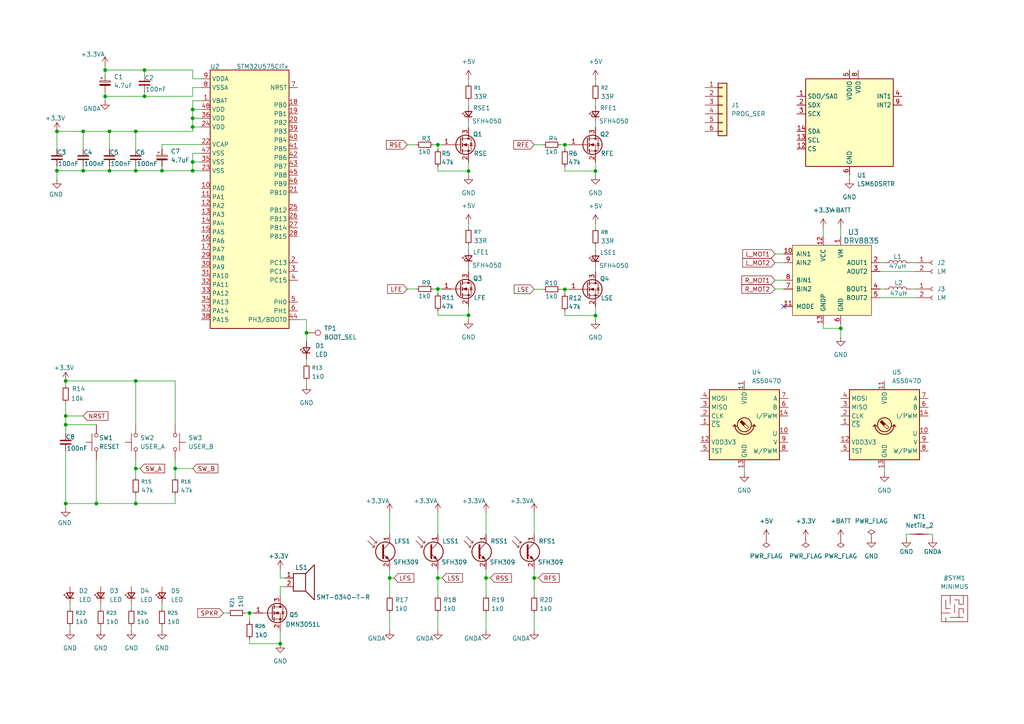
<source format=kicad_sch>
(kicad_sch (version 20250114) (generator "eeschema") (generator_version "9.0")
  (paper "A4")
  (junction (at 72.39 177.8))
  (junction (at 135.89 49.6118))
  (junction (at 19.05 120.65))
  (junction (at 24.13 49.53))
  (junction (at 55.88 34.29))
  (junction (at 172.72 91.5218))
  (junction (at 140.97 167.64))
  (junction (at 163.83 41.9918))
  (junction (at 27.94 146.05))
  (junction (at 19.05 123.19))
  (junction (at 41.91 27.94))
  (junction (at 30.48 20.32))
  (junction (at 127 83.82))
  (junction (at 55.88 49.53))
  (junction (at 163.83 83.9018))
  (junction (at 55.88 31.75))
  (junction (at 39.37 110.49))
  (junction (at 88.9 96.52))
  (junction (at 172.72 49.6118))
  (junction (at 154.94 167.64))
  (junction (at 16.51 38.1))
  (junction (at 39.37 49.53))
  (junction (at 46.99 49.53))
  (junction (at 39.37 146.05))
  (junction (at 81.28 186.69))
  (junction (at 55.88 46.99))
  (junction (at 135.89 91.44))
  (junction (at 24.13 38.1))
  (junction (at 243.84 95.25))
  (junction (at 39.37 38.1))
  (junction (at 41.91 20.32))
  (junction (at 31.75 49.53))
  (junction (at 127 167.64))
  (junction (at 31.75 38.1))
  (junction (at 16.51 49.53))
  (junction (at 127 41.9918))
  (junction (at 50.8 135.89))
  (junction (at 30.48 27.94))
  (junction (at 19.05 146.05))
  (junction (at 113.03 167.64))
  (junction (at 19.05 110.49))
  (junction (at 39.37 135.89))
  (junction (at 55.88 36.83))
  (no_connect (at 227.33 88.9))
  (wire (pts (xy 224.79 76.2) (xy 227.33 76.2)))
  (wire (pts (xy 20.32 175.26) (xy 20.32 176.53)))
  (wire (pts (xy 127 41.9918) (xy 128.27 41.9918)))
  (wire (pts (xy 172.72 88.9818) (xy 172.72 91.5218)))
  (wire (pts (xy 41.91 20.32) (xy 55.88 20.32)))
  (wire (pts (xy 154.94 165.1) (xy 154.94 167.64)))
  (wire (pts (xy 262.89 156.21) (xy 262.89 154.94)))
  (wire (pts (xy 39.37 38.1) (xy 39.37 43.18)))
  (wire (pts (xy 30.48 20.32) (xy 30.48 21.59)))
  (wire (pts (xy 125.73 83.82) (xy 127 83.82)))
  (wire (pts (xy 55.88 38.1) (xy 55.88 36.83)))
  (wire (pts (xy 140.97 148.59) (xy 140.97 154.94)))
  (wire (pts (xy 135.89 64.77) (xy 135.89 66.04)))
  (wire (pts (xy 127 83.82) (xy 128.27 83.82)))
  (wire (pts (xy 50.8 135.89) (xy 55.88 135.89)))
  (wire (pts (xy 125.73 41.9918) (xy 127 41.9918)))
  (wire (pts (xy 135.89 71.12) (xy 135.89 72.39)))
  (wire (pts (xy 154.94 177.8) (xy 154.94 182.88)))
  (wire (pts (xy 127 148.59) (xy 127 154.94)))
  (wire (pts (xy 238.76 93.98) (xy 238.76 95.25)))
  (wire (pts (xy 224.79 73.66) (xy 227.33 73.66)))
  (wire (pts (xy 58.42 25.4) (xy 55.88 25.4)))
  (wire (pts (xy 50.8 110.49) (xy 39.37 110.49)))
  (wire (pts (xy 50.8 135.89) (xy 50.8 133.35)))
  (wire (pts (xy 113.03 167.64) (xy 113.03 172.72)))
  (wire (pts (xy 24.13 38.1) (xy 31.75 38.1)))
  (wire (pts (xy 29.21 175.26) (xy 29.21 176.53)))
  (wire (pts (xy 135.89 35.6418) (xy 135.89 36.9118)))
  (wire (pts (xy 162.56 83.9018) (xy 163.83 83.9018)))
  (wire (pts (xy 86.36 92.71) (xy 88.9 92.71)))
  (wire (pts (xy 30.48 26.67) (xy 30.48 27.94)))
  (wire (pts (xy 118.11 83.82) (xy 120.65 83.82)))
  (wire (pts (xy 46.99 181.61) (xy 46.99 182.88)))
  (wire (pts (xy 24.13 38.1) (xy 24.13 43.18)))
  (wire (pts (xy 58.42 41.91) (xy 46.99 41.91)))
  (wire (pts (xy 127 49.6118) (xy 135.89 49.6118)))
  (wire (pts (xy 19.05 123.19) (xy 19.05 125.73)))
  (wire (pts (xy 127 165.1) (xy 127 167.64)))
  (wire (pts (xy 172.72 77.5518) (xy 172.72 78.8218)))
  (wire (pts (xy 81.28 182.88) (xy 81.28 186.69)))
  (wire (pts (xy 30.48 20.32) (xy 41.91 20.32)))
  (wire (pts (xy 39.37 135.89) (xy 39.37 138.43)))
  (wire (pts (xy 50.8 146.05) (xy 39.37 146.05)))
  (wire (pts (xy 135.89 22.9418) (xy 135.89 24.2118)))
  (wire (pts (xy 30.48 27.94) (xy 30.48 29.21)))
  (wire (pts (xy 41.91 27.94) (xy 41.91 26.67)))
  (wire (pts (xy 127 91.44) (xy 135.89 91.44)))
  (wire (pts (xy 140.97 167.64) (xy 142.24 167.64)))
  (wire (pts (xy 172.72 64.8518) (xy 172.72 66.1218)))
  (wire (pts (xy 55.88 49.53) (xy 58.42 49.53)))
  (wire (pts (xy 163.83 83.9018) (xy 165.1 83.9018)))
  (wire (pts (xy 16.51 48.26) (xy 16.51 49.53)))
  (wire (pts (xy 82.55 167.64) (xy 81.28 167.64)))
  (wire (pts (xy 118.11 41.9918) (xy 120.65 41.9918)))
  (wire (pts (xy 27.94 133.35) (xy 27.94 146.05)))
  (wire (pts (xy 163.83 41.9918) (xy 165.1 41.9918)))
  (wire (pts (xy 39.37 110.49) (xy 39.37 123.19)))
  (wire (pts (xy 16.51 49.53) (xy 24.13 49.53)))
  (wire (pts (xy 154.94 83.9018) (xy 157.48 83.9018)))
  (wire (pts (xy 72.39 177.8) (xy 73.66 177.8)))
  (wire (pts (xy 172.72 71.2018) (xy 172.72 72.4718)))
  (wire (pts (xy 46.99 49.53) (xy 55.88 49.53)))
  (wire (pts (xy 113.03 167.64) (xy 114.3 167.64)))
  (wire (pts (xy 224.79 81.28) (xy 227.33 81.28)))
  (wire (pts (xy 163.83 49.6118) (xy 172.72 49.6118)))
  (wire (pts (xy 55.88 25.4) (xy 55.88 27.94)))
  (wire (pts (xy 140.97 177.8) (xy 140.97 182.88)))
  (wire (pts (xy 246.38 50.8) (xy 246.38 52.07)))
  (wire (pts (xy 243.84 95.25) (xy 243.84 97.79)))
  (wire (pts (xy 88.9 96.52) (xy 88.9 99.06)))
  (wire (pts (xy 38.1 175.26) (xy 38.1 176.53)))
  (wire (pts (xy 255.27 78.74) (xy 265.43 78.74)))
  (wire (pts (xy 31.75 48.26) (xy 31.75 49.53)))
  (wire (pts (xy 127 90.17) (xy 127 91.44)))
  (wire (pts (xy 163.83 90.2518) (xy 163.83 91.5218)))
  (wire (pts (xy 264.16 83.82) (xy 265.43 83.82)))
  (wire (pts (xy 50.8 143.51) (xy 50.8 146.05)))
  (wire (pts (xy 31.75 49.53) (xy 39.37 49.53)))
  (wire (pts (xy 29.21 181.61) (xy 29.21 182.88)))
  (wire (pts (xy 31.75 38.1) (xy 31.75 43.18)))
  (wire (pts (xy 163.83 83.9018) (xy 163.83 85.1718)))
  (wire (pts (xy 135.89 47.0718) (xy 135.89 49.6118)))
  (wire (pts (xy 88.9 92.71) (xy 88.9 96.52)))
  (wire (pts (xy 46.99 175.26) (xy 46.99 176.53)))
  (wire (pts (xy 24.13 49.53) (xy 31.75 49.53)))
  (wire (pts (xy 16.51 38.1) (xy 16.51 43.18)))
  (wire (pts (xy 19.05 130.81) (xy 19.05 146.05)))
  (wire (pts (xy 41.91 20.32) (xy 41.91 21.59)))
  (wire (pts (xy 16.51 52.07) (xy 16.51 49.53)))
  (wire (pts (xy 55.88 46.99) (xy 55.88 44.45)))
  (wire (pts (xy 243.84 66.04) (xy 243.84 68.58)))
  (wire (pts (xy 55.88 34.29) (xy 55.88 31.75)))
  (wire (pts (xy 55.88 22.86) (xy 58.42 22.86)))
  (wire (pts (xy 39.37 143.51) (xy 39.37 146.05)))
  (wire (pts (xy 88.9 104.14) (xy 88.9 105.41)))
  (wire (pts (xy 135.89 29.2918) (xy 135.89 30.5618)))
  (wire (pts (xy 127 177.8) (xy 127 182.88)))
  (wire (pts (xy 154.94 148.59) (xy 154.94 154.94)))
  (wire (pts (xy 31.75 38.1) (xy 39.37 38.1)))
  (wire (pts (xy 30.48 19.05) (xy 30.48 20.32)))
  (wire (pts (xy 127 48.3418) (xy 127 49.6118)))
  (wire (pts (xy 72.39 185.42) (xy 72.39 186.69)))
  (wire (pts (xy 127 41.9918) (xy 127 43.2618)))
  (wire (pts (xy 41.91 27.94) (xy 55.88 27.94)))
  (wire (pts (xy 163.83 41.9918) (xy 163.83 43.2618)))
  (wire (pts (xy 162.56 41.9918) (xy 163.83 41.9918)))
  (wire (pts (xy 172.72 91.5218) (xy 172.72 92.7918)))
  (wire (pts (xy 172.72 47.0718) (xy 172.72 49.6118)))
  (wire (pts (xy 55.88 36.83) (xy 55.88 34.29)))
  (wire (pts (xy 16.51 38.1) (xy 24.13 38.1)))
  (wire (pts (xy 238.76 66.04) (xy 238.76 68.58)))
  (wire (pts (xy 39.37 133.35) (xy 39.37 135.89)))
  (wire (pts (xy 172.72 29.2918) (xy 172.72 30.5618)))
  (wire (pts (xy 88.9 110.49) (xy 88.9 111.76)))
  (wire (pts (xy 135.89 49.6118) (xy 135.89 50.8818)))
  (wire (pts (xy 19.05 146.05) (xy 19.05 147.32)))
  (wire (pts (xy 135.89 88.9) (xy 135.89 91.44)))
  (wire (pts (xy 72.39 177.8) (xy 72.39 180.34)))
  (wire (pts (xy 55.88 29.21) (xy 58.42 29.21)))
  (wire (pts (xy 38.1 181.61) (xy 38.1 182.88)))
  (wire (pts (xy 154.94 167.64) (xy 154.94 172.72)))
  (wire (pts (xy 55.88 31.75) (xy 55.88 29.21)))
  (wire (pts (xy 256.54 137.16) (xy 256.54 135.89)))
  (wire (pts (xy 262.89 154.94) (xy 264.16 154.94)))
  (wire (pts (xy 55.88 22.86) (xy 55.88 20.32)))
  (wire (pts (xy 27.94 146.05) (xy 19.05 146.05)))
  (wire (pts (xy 113.03 177.8) (xy 113.03 182.88)))
  (wire (pts (xy 172.72 49.6118) (xy 172.72 50.8818)))
  (wire (pts (xy 255.27 86.36) (xy 265.43 86.36)))
  (wire (pts (xy 163.83 48.3418) (xy 163.83 49.6118)))
  (wire (pts (xy 135.89 77.47) (xy 135.89 78.74)))
  (wire (pts (xy 64.77 177.8) (xy 66.04 177.8)))
  (wire (pts (xy 82.55 170.18) (xy 81.28 170.18)))
  (wire (pts (xy 243.84 93.98) (xy 243.84 95.25)))
  (wire (pts (xy 154.94 41.9918) (xy 157.48 41.9918)))
  (wire (pts (xy 50.8 123.19) (xy 50.8 110.49)))
  (wire (pts (xy 172.72 35.6418) (xy 172.72 36.9118)))
  (wire (pts (xy 55.88 49.53) (xy 55.88 46.99)))
  (wire (pts (xy 127 167.64) (xy 127 172.72)))
  (wire (pts (xy 55.88 44.45) (xy 58.42 44.45)))
  (wire (pts (xy 27.94 123.19) (xy 19.05 123.19)))
  (wire (pts (xy 163.83 91.5218) (xy 172.72 91.5218)))
  (wire (pts (xy 50.8 135.89) (xy 50.8 138.43)))
  (wire (pts (xy 140.97 167.64) (xy 140.97 172.72)))
  (wire (pts (xy 24.13 48.26) (xy 24.13 49.53)))
  (wire (pts (xy 113.03 148.59) (xy 113.03 154.94)))
  (wire (pts (xy 140.97 165.1) (xy 140.97 167.64)))
  (wire (pts (xy 19.05 110.49) (xy 39.37 110.49)))
  (wire (pts (xy 270.51 156.21) (xy 270.51 154.94)))
  (wire (pts (xy 55.88 34.29) (xy 58.42 34.29)))
  (wire (pts (xy 39.37 49.53) (xy 46.99 49.53)))
  (wire (pts (xy 72.39 186.69) (xy 81.28 186.69)))
  (wire (pts (xy 19.05 120.65) (xy 24.13 120.65)))
  (wire (pts (xy 81.28 170.18) (xy 81.28 172.72)))
  (wire (pts (xy 55.88 46.99) (xy 58.42 46.99)))
  (wire (pts (xy 127 167.64) (xy 128.27 167.64)))
  (wire (pts (xy 46.99 48.26) (xy 46.99 49.53)))
  (wire (pts (xy 39.37 38.1) (xy 55.88 38.1)))
  (wire (pts (xy 154.94 167.64) (xy 156.21 167.64)))
  (wire (pts (xy 39.37 48.26) (xy 39.37 49.53)))
  (wire (pts (xy 55.88 31.75) (xy 58.42 31.75)))
  (wire (pts (xy 127 83.82) (xy 127 85.09)))
  (wire (pts (xy 19.05 116.84) (xy 19.05 120.65)))
  (wire (pts (xy 71.12 177.8) (xy 72.39 177.8)))
  (wire (pts (xy 19.05 110.49) (xy 19.05 111.76)))
  (wire (pts (xy 255.27 83.82) (xy 256.54 83.82)))
  (wire (pts (xy 46.99 41.91) (xy 46.99 43.18)))
  (wire (pts (xy 135.89 91.44) (xy 135.89 92.71)))
  (wire (pts (xy 81.28 167.64) (xy 81.28 165.1)))
  (wire (pts (xy 270.51 154.94) (xy 269.24 154.94)))
  (wire (pts (xy 30.48 27.94) (xy 41.91 27.94)))
  (wire (pts (xy 172.72 22.9418) (xy 172.72 24.2118)))
  (wire (pts (xy 215.9 135.89) (xy 215.9 137.16)))
  (wire (pts (xy 19.05 120.65) (xy 19.05 123.19)))
  (wire (pts (xy 224.79 83.82) (xy 227.33 83.82)))
  (wire (pts (xy 238.76 95.25) (xy 243.84 95.25)))
  (wire (pts (xy 255.27 76.2) (xy 256.54 76.2)))
  (wire (pts (xy 58.42 36.83) (xy 55.88 36.83)))
  (wire (pts (xy 39.37 135.89) (xy 40.64 135.89)))
  (wire (pts (xy 27.94 146.05) (xy 39.37 146.05)))
  (wire (pts (xy 113.03 165.1) (xy 113.03 167.64)))
  (wire (pts (xy 264.16 76.2) (xy 265.43 76.2)))
  (wire (pts (xy 20.32 181.61) (xy 20.32 182.88)))
  (global_label "SPKR" (shape input) (at 64.77 177.8 180) (property "Intersheetrefs" "${INTERSHEET_REFS}" (effects (hide yes))))
  (global_label "LSS" (shape input) (at 128.27 167.64 0) (property "Intersheetrefs" "${INTERSHEET_REFS}" (effects (hide yes))))
  (global_label "NRST" (shape input) (at 24.13 120.65 0) (property "Intersheetrefs" "${INTERSHEET_REFS}" (effects (hide yes))))
  (global_label "RSS" (shape input) (at 142.24 167.64 0) (property "Intersheetrefs" "${INTERSHEET_REFS}" (effects (hide yes))))
  (global_label "RFE" (shape input) (at 154.94 41.9918 180) (property "Intersheetrefs" "${INTERSHEET_REFS}" (effects (hide yes))))
  (global_label "RFS" (shape input) (at 156.21 167.64 0) (property "Intersheetrefs" "${INTERSHEET_REFS}" (effects (hide yes))))
  (global_label "LFE" (shape input) (at 118.11 83.82 180) (property "Intersheetrefs" "${INTERSHEET_REFS}" (effects (hide yes))))
  (global_label "RSE" (shape input) (at 118.11 41.9918 180) (property "Intersheetrefs" "${INTERSHEET_REFS}" (effects (hide yes))))
  (global_label "L_MOT2" (shape input) (at 224.79 76.2 180) (property "Intersheetrefs" "${INTERSHEET_REFS}" (effects (hide yes))))
  (global_label "R_MOT2" (shape input) (at 224.79 83.82 180) (property "Intersheetrefs" "${INTERSHEET_REFS}" (effects (hide yes))))
  (global_label "R_MOT1" (shape input) (at 224.79 81.28 180) (property "Intersheetrefs" "${INTERSHEET_REFS}" (effects (hide yes))))
  (global_label "LFS" (shape input) (at 114.3 167.64 0) (property "Intersheetrefs" "${INTERSHEET_REFS}" (effects (hide yes))))
  (global_label "L_MOT1" (shape input) (at 224.79 73.66 180) (property "Intersheetrefs" "${INTERSHEET_REFS}" (effects (hide yes))))
  (global_label "SW_B" (shape input) (at 55.88 135.89 0) (property "Intersheetrefs" "${INTERSHEET_REFS}" (effects (hide yes))))
  (global_label "LSE" (shape input) (at 154.94 83.9018 180) (property "Intersheetrefs" "${INTERSHEET_REFS}" (effects (hide yes))))
  (global_label "SW_A" (shape input) (at 40.64 135.89 0) (property "Intersheetrefs" "${INTERSHEET_REFS}" (effects (hide yes))))
  (symbol (lib_id "Sensor_Optical:SFH309") (at 124.46 160.02 0) (unit 1)
    (property "Reference" "LSS1" (at 128.27 156.972 0) (effects (justify left)))
    (property "Value" "SFH309" (at 128.016 163.068 0) (effects (justify left)))
    (property "Footprint" "LED_THT:LED_D3.0mm_Horizontal_O1.27mm_Z2.0mm_Clear" (effects (hide yes)))
    (property "Datasheet" "http://www.osram-os.com/Graphics/XPic2/00101811_0.pdf/SFH%20309,%20SFH%20309%20FA,%20Lead%20(Pb)%20Free%20Product%20-%20RoHS%20Compliant.pdf" (effects (hide yes)))
    (property "Description" "Phototransistor NPN" (effects (hide yes)))
  )
  (symbol (lib_id "Device:LED_Small") (at 20.32 172.72 90) (unit 1)
    (property "Reference" "D2" (at 22.86 171.3864 90) (effects (justify right)))
    (property "Value" "LED" (at 22.86 173.9264 90) (effects (justify right)))
    (property "Footprint" "LED_SMD:LED_0402_1005Metric" (effects (hide yes)))
    (property "Description" "Light emitting diode, small symbol" (effects (hide yes)))
    (property "Sim.Pin" "1=K 2=A" (effects (hide yes)))
  )
  (symbol (lib_id "power:GND") (at 135.89 92.71 0) (unit 1)
    (property "Reference" "#PWR014" (effects (hide yes)))
    (property "Value" "GND" (at 135.89 97.79 0))
    (property "Description" "Power symbol creates a global label with name \"GND\" , ground" (effects (hide yes)))
  )
  (symbol (lib_id "power:GNDA") (at 113.03 182.88 0) (unit 1)
    (property "Reference" "#PWR037" (effects (hide yes)))
    (property "Value" "GNDA" (at 109.22 185.166 0))
    (property "Description" "Power symbol creates a global label with name \"GNDA\" , analog ground" (effects (hide yes)))
  )
  (symbol (lib_id "power:GND") (at 172.72 92.7918 0) (unit 1)
    (property "Reference" "#PWR015" (effects (hide yes)))
    (property "Value" "GND" (at 172.72 97.8718 0))
    (property "Description" "Power symbol creates a global label with name \"GND\" , ground" (effects (hide yes)))
  )
  (symbol (lib_id "Device:R_Small") (at 135.89 26.7518 0) (unit 1)
    (property "Reference" "R1" (at 137.414 25.4818 0) (effects (font (size 1.016 1.016)) (justify left)))
    (property "Value" "33R" (at 137.414 28.0218 0) (effects (justify left)))
    (property "Footprint" "Resistor_SMD:R_0402_1005Metric" (effects (hide yes)))
    (property "Description" "Resistor, small symbol" (effects (hide yes)))
  )
  (symbol (lib_id "power:PWR_FLAG") (at 222.25 156.21 180) (unit 1)
    (property "Reference" "#FLG01" (effects (hide yes)))
    (property "Value" "PWR_FLAG" (at 222.25 161.29 0))
    (property "Description" "Special symbol for telling ERC where power comes from" (effects (hide yes)))
  )
  (symbol (lib_id "Device:R_Small") (at 154.94 175.26 0) (unit 1)
    (property "Reference" "R20" (at 156.464 173.99 0) (effects (justify left)))
    (property "Value" "1k0" (at 156.464 176.53 0) (effects (justify left)))
    (property "Footprint" "Resistor_SMD:R_0402_1005Metric" (effects (hide yes)))
    (property "Description" "Resistor, small symbol" (effects (hide yes)))
  )
  (symbol (lib_id "Device:LED_Small") (at 172.72 75.0118 90) (unit 1)
    (property "Reference" "LSE1" (at 173.99 73.2338 90) (effects (justify right)))
    (property "Value" "SFH4050" (at 173.736 77.0438 90) (effects (justify right)))
    (property "Footprint" "LED_THT:LED_D3.0mm_Horizontal_O1.27mm_Z2.0mm_IRBlack" (effects (hide yes)))
    (property "Description" "Light emitting diode, small symbol" (effects (hide yes)))
    (property "Sim.Pin" "1=K 2=A" (effects (hide yes)))
  )
  (symbol (lib_id "power:+5V") (at 222.25 156.21 0) (unit 1)
    (property "Reference" "#PWR026" (effects (hide yes)))
    (property "Value" "+5V" (at 222.25 151.13 0))
    (property "Description" "Power symbol creates a global label with name \"+5V\"" (effects (hide yes)))
  )
  (symbol (lib_id "Device:L") (at 260.35 76.2 90) (unit 1)
    (property "Reference" "L1" (at 260.35 74.422 90))
    (property "Value" "47uH" (at 260.35 77.216 90))
    (property "Footprint" "minimus:IFSC-1515AH-01" (effects (hide yes)))
    (property "Description" "Inductor" (effects (hide yes)))
  )
  (symbol (lib_id "Sensor_Magnetic:AS5047D") (at 215.9 123.19 0) (unit 1)
    (property "Reference" "U4" (at 218.0433 107.95 0) (effects (justify left)))
    (property "Value" "AS5047D" (at 218.0433 110.49 0) (effects (justify left)))
    (property "Footprint" "Package_SO:TSSOP-14_4.4x5mm_P0.65mm" (effects (hide yes)))
    (property "Datasheet" "https://ams.com/documents/20143/36005/AS5047D_DS000394_2-00.pdf" (effects (hide yes)))
    (property "Description" "On-Axis Magnetic Position Sensor, 14-bit, PWM Output, ABI Output, UVW Output, SPI Interface, TSSOP-14" (effects (hide yes)))
  )
  (symbol (lib_id "Device:R_Small") (at 160.02 41.9918 90) (unit 1)
    (property "Reference" "R4" (at 161.798 40.2138 90) (effects (justify left)))
    (property "Value" "1k0" (at 161.798 44.0238 90) (effects (justify left)))
    (property "Footprint" "Resistor_SMD:R_0402_1005Metric" (effects (hide yes)))
    (property "Description" "Resistor, small symbol" (effects (hide yes)))
  )
  (symbol (lib_id "Device:R_Small") (at 88.9 107.95 0) (unit 1)
    (property "Reference" "R13" (at 90.424 106.68 0) (effects (font (size 1.016 1.016)) (justify left)))
    (property "Value" "1k0" (at 90.424 109.22 0) (effects (justify left)))
    (property "Footprint" "Resistor_SMD:R_0402_1005Metric" (effects (hide yes)))
    (property "Description" "Resistor, small symbol" (effects (hide yes)))
  )
  (symbol (lib_id "power:GNDA") (at 270.51 156.21 0) (unit 1)
    (property "Reference" "#PWR031" (effects (hide yes)))
    (property "Value" "GNDA" (at 270.51 160.02 0))
    (property "Description" "Power symbol creates a global label with name \"GNDA\" , analog ground" (effects (hide yes)))
  )
  (symbol (lib_id "Device:R_Small") (at 113.03 175.26 0) (unit 1)
    (property "Reference" "R17" (at 114.554 173.99 0) (effects (justify left)))
    (property "Value" "1k0" (at 114.554 176.53 0) (effects (justify left)))
    (property "Footprint" "Resistor_SMD:R_0402_1005Metric" (effects (hide yes)))
    (property "Description" "Resistor, small symbol" (effects (hide yes)))
  )
  (symbol (lib_id "power:GND") (at 38.1 182.88 0) (unit 1)
    (property "Reference" "#PWR035" (effects (hide yes)))
    (property "Value" "GND" (at 38.1 187.96 0))
    (property "Description" "Power symbol creates a global label with name \"GND\" , ground" (effects (hide yes)))
  )
  (symbol (lib_id "power:GND") (at 16.51 52.07 0) (unit 1)
    (property "Reference" "#PWR08" (effects (hide yes)))
    (property "Value" "GND" (at 16.256 56.388 0))
    (property "Description" "Power symbol creates a global label with name \"GND\" , ground" (effects (hide yes)))
  )
  (symbol (lib_id "power:GND") (at 88.9 111.76 0) (unit 1)
    (property "Reference" "#PWR018" (effects (hide yes)))
    (property "Value" "GND" (at 88.9 116.84 0))
    (property "Description" "Power symbol creates a global label with name \"GND\" , ground" (effects (hide yes)))
  )
  (symbol (lib_id "Device:LED_Small") (at 29.21 172.72 90) (unit 1)
    (property "Reference" "D3" (at 31.75 171.3864 90) (effects (justify right)))
    (property "Value" "LED" (at 31.75 173.9264 90) (effects (justify right)))
    (property "Footprint" "LED_SMD:LED_0402_1005Metric" (effects (hide yes)))
    (property "Description" "Light emitting diode, small symbol" (effects (hide yes)))
    (property "Sim.Pin" "1=K 2=A" (effects (hide yes)))
  )
  (symbol (lib_id "power:+3.3VA") (at 30.48 19.05 0) (unit 1)
    (property "Reference" "#PWR01" (effects (hide yes)))
    (property "Value" "+3.3VA" (at 26.924 15.748 0))
    (property "Description" "Power symbol creates a global label with name \"+3.3VA\"" (effects (hide yes)))
  )
  (symbol (lib_id "minimus:SW_Push") (at 39.37 128.27 90) (unit 1)
    (property "Reference" "SW2" (at 40.64 126.9999 90) (effects (justify right)))
    (property "Value" "USER_A" (at 40.64 129.5399 90) (effects (justify right)))
    (property "Footprint" "Button_Switch_SMD:SW_Push_1P1T_NO_CK_KMR2" (effects (hide yes)))
    (property "Description" "Push button switch, generic, two pins" (effects (hide yes)))
  )
  (symbol (lib_id "minimus:C_Small") (at 19.05 128.27 0) (unit 1)
    (property "Reference" "C8" (at 19.05 126.746 0) (effects (justify left)))
    (property "Value" "100nF" (at 19.304 130.048 0) (effects (justify left)))
    (property "Footprint" "Capacitor_SMD:C_0402_1005Metric" (effects (hide yes)))
    (property "Description" "Unpolarized capacitor, small symbol" (effects (hide yes)))
  )
  (symbol (lib_id "power:GND") (at 252.73 156.21 0) (unit 1)
    (property "Reference" "#PWR029" (effects (hide yes)))
    (property "Value" "GND" (at 252.73 161.29 0))
    (property "Description" "Power symbol creates a global label with name \"GND\" , ground" (effects (hide yes)))
  )
  (symbol (lib_id "power:+5V") (at 135.89 64.77 0) (unit 1)
    (property "Reference" "#PWR010" (effects (hide yes)))
    (property "Value" "+5V" (at 135.89 59.69 0))
    (property "Description" "Power symbol creates a global label with name \"+5V\"" (effects (hide yes)))
  )
  (symbol (lib_id "power:GNDA") (at 154.94 182.88 0) (unit 1)
    (property "Reference" "#PWR040" (effects (hide yes)))
    (property "Value" "GNDA" (at 151.13 185.166 0))
    (property "Description" "Power symbol creates a global label with name \"GNDA\" , analog ground" (effects (hide yes)))
  )
  (symbol (lib_id "Connector:Conn_01x02_Socket") (at 270.51 83.82 0) (unit 1)
    (property "Reference" "J3" (at 271.78 83.8199 0) (effects (justify left)))
    (property "Value" "LM" (at 271.78 86.3599 0) (effects (justify left)))
    (property "Footprint" "Connector_PinHeader_2.00mm:PinHeader_1x02_P2.00mm_Vertical" (effects (hide yes)))
    (property "Description" "Generic connector, single row, 01x02, script generated" (effects (hide yes)))
  )
  (symbol (lib_id "Transistor_FET:DMN3051L") (at 133.35 83.82 0) (unit 1)
    (property "Reference" "Q3" (at 137.16 80.772 0) (effects (justify left)))
    (property "Value" "LFE" (at 137.414 86.36 0) (effects (justify left)))
    (property "Footprint" "Package_TO_SOT_SMD:SOT-23" (effects (hide yes)))
    (property "Datasheet" "http://www.diodes.com/assets/Datasheets/ds31347.pdf" (effects (hide yes)))
    (property "Description" "5.8A Id, 30V Vds, N-Channel MOSFET, SOT-23" (effects (hide yes)))
    (property "LCSC" "C155348" (effects (hide yes)))
  )
  (symbol (lib_id "Sensor_Motion:LSM6DS3") (at 246.38 35.56 0) (unit 1)
    (property "Reference" "U1" (at 248.5233 50.8 0) (effects (justify left)))
    (property "Value" "LSM6DSRTR" (at 248.5233 53.34 0) (effects (justify left)))
    (property "Footprint" "Package_LGA:LGA-14_3x2.5mm_P0.5mm_LayoutBorder3x4y" (effects (hide yes)))
    (property "Datasheet" "https://www.st.com/resource/en/datasheet/lsm6ds3tr-c.pdf" (effects (hide yes)))
    (property "Description" "I2C/SPI, iNEMO inertial module: always-on 3D accelerometer and 3D gyroscope" (effects (hide yes)))
    (property "LCSC" "C784817" (effects (hide yes)))
  )
  (symbol (lib_id "Device:C_Polarized_Small") (at 46.99 45.72 0) (unit 1)
    (property "Reference" "C7" (at 49.53 43.9038 0) (effects (justify left)))
    (property "Value" "4.7uF" (at 49.53 46.4438 0) (effects (justify left)))
    (property "Footprint" "Capacitor_SMD:C_0805_2012Metric" (effects (hide yes)))
    (property "Description" "Polarized capacitor, small symbol" (effects (hide yes)))
  )
  (symbol (lib_id "minimus:DRV8835") (at 242.57 81.28 0) (unit 1)
    (property "Reference" "U3" (at 245.872 67.31 0) (effects (font (size 1.524 1.524)) (justify left)))
    (property "Value" "DRV8835" (at 244.602 69.85 0) (effects (font (size 1.524 1.524)) (justify left)))
    (property "Footprint" "minimus:DRV8835" (effects (hide yes)))
    (property "LCSC" "C2848981" (effects (hide yes)))
    (property "Digikey" "296-30391-1-ND" (effects (hide yes)))
  )
  (symbol (lib_id "Sensor_Optical:SFH309") (at 110.49 160.02 0) (unit 1)
    (property "Reference" "LFS1" (at 114.3 156.972 0) (effects (justify left)))
    (property "Value" "SFH309" (at 114.046 163.068 0) (effects (justify left)))
    (property "Footprint" "LED_THT:LED_D3.0mm_Horizontal_O1.27mm_Z2.0mm_Clear" (effects (hide yes)))
    (property "Datasheet" "http://www.osram-os.com/Graphics/XPic2/00101811_0.pdf/SFH%20309,%20SFH%20309%20FA,%20Lead%20(Pb)%20Free%20Product%20-%20RoHS%20Compliant.pdf" (effects (hide yes)))
    (property "Description" "Phototransistor NPN" (effects (hide yes)))
  )
  (symbol (lib_id "Device:R_Small") (at 38.1 179.07 0) (unit 1)
    (property "Reference" "R24" (at 39.624 177.8 0) (effects (font (size 1.016 1.016)) (justify left)))
    (property "Value" "1k0" (at 39.624 180.34 0) (effects (justify left)))
    (property "Footprint" "Resistor_SMD:R_0402_1005Metric" (effects (hide yes)))
    (property "Description" "Resistor, small symbol" (effects (hide yes)))
  )
  (symbol (lib_id "Transistor_FET:DMN3051L") (at 133.35 41.9918 0) (unit 1)
    (property "Reference" "Q1" (at 137.16 38.9438 0) (effects (justify left)))
    (property "Value" "RSE" (at 137.414 44.5318 0) (effects (justify left)))
    (property "Footprint" "Package_TO_SOT_SMD:SOT-23" (effects (hide yes)))
    (property "Datasheet" "http://www.diodes.com/assets/Datasheets/ds31347.pdf" (effects (hide yes)))
    (property "Description" "5.8A Id, 30V Vds, N-Channel MOSFET, SOT-23" (effects (hide yes)))
    (property "LCSC" "C155348" (effects (hide yes)))
  )
  (symbol (lib_id "power:PWR_FLAG") (at 252.73 156.21 0) (unit 1)
    (property "Reference" "#FLG04" (effects (hide yes)))
    (property "Value" "PWR_FLAG" (at 252.73 151.13 0))
    (property "Description" "Special symbol for telling ERC where power comes from" (effects (hide yes)))
  )
  (symbol (lib_id "power:PWR_FLAG") (at 243.84 156.21 180) (unit 1)
    (property "Reference" "#FLG03" (effects (hide yes)))
    (property "Value" "PWR_FLAG" (at 243.84 161.29 0))
    (property "Description" "Special symbol for telling ERC where power comes from" (effects (hide yes)))
  )
  (symbol (lib_id "power:GNDA") (at 30.48 29.21 0) (unit 1)
    (property "Reference" "#PWR04" (effects (hide yes)))
    (property "Value" "GNDA" (at 26.67 31.496 0))
    (property "Description" "Power symbol creates a global label with name \"GNDA\" , analog ground" (effects (hide yes)))
  )
  (symbol (lib_id "power:+3.3V") (at 16.51 38.1 0) (unit 1)
    (property "Reference" "#PWR05" (effects (hide yes)))
    (property "Value" "+3.3V" (at 16.002 34.29 0))
    (property "Description" "Power symbol creates a global label with name \"+3.3V\"" (effects (hide yes)))
  )
  (symbol (lib_id "Sensor_Optical:SFH309") (at 138.43 160.02 0) (unit 1)
    (property "Reference" "RSS1" (at 142.24 156.972 0) (effects (justify left)))
    (property "Value" "SFH309" (at 141.986 163.068 0) (effects (justify left)))
    (property "Footprint" "LED_THT:LED_D3.0mm_Horizontal_O1.27mm_Z2.0mm_Clear" (effects (hide yes)))
    (property "Datasheet" "http://www.osram-os.com/Graphics/XPic2/00101811_0.pdf/SFH%20309,%20SFH%20309%20FA,%20Lead%20(Pb)%20Free%20Product%20-%20RoHS%20Compliant.pdf" (effects (hide yes)))
    (property "Description" "Phototransistor NPN" (effects (hide yes)))
  )
  (symbol (lib_id "power:GND") (at 29.21 182.88 0) (unit 1)
    (property "Reference" "#PWR034" (effects (hide yes)))
    (property "Value" "GND" (at 29.21 187.96 0))
    (property "Description" "Power symbol creates a global label with name \"GND\" , ground" (effects (hide yes)))
  )
  (symbol (lib_id "power:+3.3VA") (at 140.97 148.59 0) (unit 1)
    (property "Reference" "#PWR024" (effects (hide yes)))
    (property "Value" "+3.3VA" (at 137.414 145.288 0))
    (property "Description" "Power symbol creates a global label with name \"+3.3VA\"" (effects (hide yes)))
  )
  (symbol (lib_id "minimus:C_Small") (at 24.13 45.72 0) (unit 1)
    (property "Reference" "C4" (at 24.13 44.196 0) (effects (justify left)))
    (property "Value" "100nF" (at 24.384 47.498 0) (effects (justify left)))
    (property "Footprint" "Capacitor_SMD:C_0402_1005Metric" (effects (hide yes)))
    (property "Description" "Unpolarized capacitor, small symbol" (effects (hide yes)))
  )
  (symbol (lib_id "Device:R_Small") (at 172.72 68.6618 0) (unit 1)
    (property "Reference" "R8" (at 174.244 67.3918 0) (effects (font (size 1.016 1.016)) (justify left)))
    (property "Value" "33R" (at 174.244 69.9318 0) (effects (justify left)))
    (property "Footprint" "Resistor_SMD:R_0402_1005Metric" (effects (hide yes)))
    (property "Description" "Resistor, small symbol" (effects (hide yes)))
  )
  (symbol (lib_id "power:+3.3VA") (at 113.03 148.59 0) (unit 1)
    (property "Reference" "#PWR022" (effects (hide yes)))
    (property "Value" "+3.3VA" (at 109.474 145.288 0))
    (property "Description" "Power symbol creates a global label with name \"+3.3VA\"" (effects (hide yes)))
  )
  (symbol (lib_id "Device:R_Small") (at 19.05 114.3 0) (unit 1)
    (property "Reference" "R14" (at 20.828 112.776 0) (effects (justify left)))
    (property "Value" "10k" (at 20.574 115.57 0) (effects (justify left)))
    (property "Footprint" "Resistor_SMD:R_0402_1005Metric" (effects (hide yes)))
    (property "Description" "Resistor, small symbol" (effects (hide yes)))
  )
  (symbol (lib_id "Device:R_Small") (at 39.37 140.97 0) (unit 1)
    (property "Reference" "R15" (at 40.894 139.7 0) (effects (font (size 1.016 1.016)) (justify left)))
    (property "Value" "47k" (at 40.894 142.24 0) (effects (justify left)))
    (property "Footprint" "Resistor_SMD:R_0402_1005Metric" (effects (hide yes)))
    (property "Description" "Resistor, small symbol" (effects (hide yes)))
  )
  (symbol (lib_id "Transistor_FET:DMN3051L") (at 170.18 41.9918 0) (unit 1)
    (property "Reference" "Q2" (at 173.99 38.9438 0) (effects (justify left)))
    (property "Value" "RFE" (at 174.244 44.5318 0) (effects (justify left)))
    (property "Footprint" "Package_TO_SOT_SMD:SOT-23" (effects (hide yes)))
    (property "Datasheet" "http://www.diodes.com/assets/Datasheets/ds31347.pdf" (effects (hide yes)))
    (property "Description" "5.8A Id, 30V Vds, N-Channel MOSFET, SOT-23" (effects (hide yes)))
    (property "LCSC" "C155348" (effects (hide yes)))
  )
  (symbol (lib_id "minimus:C_Small") (at 39.37 45.72 0) (unit 1)
    (property "Reference" "C6" (at 39.37 44.196 0) (effects (justify left)))
    (property "Value" "100nF" (at 39.624 47.498 0) (effects (justify left)))
    (property "Footprint" "Capacitor_SMD:C_0402_1005Metric" (effects (hide yes)))
    (property "Description" "Unpolarized capacitor, small symbol" (effects (hide yes)))
  )
  (symbol (lib_id "Transistor_FET:DMN3051L") (at 78.74 177.8 0) (unit 1)
    (property "Reference" "Q5" (at 83.82 178.308 0) (effects (justify left)))
    (property "Value" "DMN3051L" (at 82.804 181.102 0) (effects (justify left)))
    (property "Footprint" "Package_TO_SOT_SMD:SOT-23" (effects (hide yes)))
    (property "Datasheet" "http://www.diodes.com/assets/Datasheets/ds31347.pdf" (effects (hide yes)))
    (property "Description" "5.8A Id, 30V Vds, N-Channel MOSFET, SOT-23" (effects (hide yes)))
    (property "LCSC" "C155348" (effects (hide yes)))
  )
  (symbol (lib_id "Device:R_Small") (at 160.02 83.9018 90) (unit 1)
    (property "Reference" "R10" (at 161.798 82.1238 90) (effects (justify left)))
    (property "Value" "1k0" (at 161.798 85.9338 90) (effects (justify left)))
    (property "Footprint" "Resistor_SMD:R_0402_1005Metric" (effects (hide yes)))
    (property "Description" "Resistor, small symbol" (effects (hide yes)))
  )
  (symbol (lib_id "power:GND") (at 243.84 97.79 0) (unit 1)
    (property "Reference" "#PWR016" (effects (hide yes)))
    (property "Value" "GND" (at 243.84 102.87 0))
    (property "Description" "Power symbol creates a global label with name \"GND\" , ground" (effects (hide yes)))
  )
  (symbol (lib_id "minimus:C_Small") (at 31.75 45.72 0) (unit 1)
    (property "Reference" "C5" (at 31.75 44.196 0) (effects (justify left)))
    (property "Value" "100nF" (at 32.004 47.498 0) (effects (justify left)))
    (property "Footprint" "Capacitor_SMD:C_0402_1005Metric" (effects (hide yes)))
    (property "Description" "Unpolarized capacitor, small symbol" (effects (hide yes)))
  )
  (symbol (lib_id "Device:R_Small") (at 140.97 175.26 0) (unit 1)
    (property "Reference" "R19" (at 142.494 173.99 0) (effects (justify left)))
    (property "Value" "1k0" (at 142.494 176.53 0) (effects (justify left)))
    (property "Footprint" "Resistor_SMD:R_0402_1005Metric" (effects (hide yes)))
    (property "Description" "Resistor, small symbol" (effects (hide yes)))
  )
  (symbol (lib_id "Sensor_Magnetic:AS5047D") (at 256.54 123.19 0) (unit 1)
    (property "Reference" "U5" (at 258.6833 107.95 0) (effects (justify left)))
    (property "Value" "AS5047D" (at 258.6833 110.49 0) (effects (justify left)))
    (property "Footprint" "Package_SO:TSSOP-14_4.4x5mm_P0.65mm" (effects (hide yes)))
    (property "Datasheet" "https://ams.com/documents/20143/36005/AS5047D_DS000394_2-00.pdf" (effects (hide yes)))
    (property "Description" "On-Axis Magnetic Position Sensor, 14-bit, PWM Output, ABI Output, UVW Output, SPI Interface, TSSOP-14" (effects (hide yes)))
  )
  (symbol (lib_id "Connector:Conn_01x02_Socket") (at 270.51 76.2 0) (unit 1)
    (property "Reference" "J2" (at 271.78 76.1999 0) (effects (justify left)))
    (property "Value" "LM" (at 271.78 78.7399 0) (effects (justify left)))
    (property "Footprint" "Connector_PinHeader_2.00mm:PinHeader_1x02_P2.00mm_Vertical" (effects (hide yes)))
    (property "Description" "Generic connector, single row, 01x02, script generated" (effects (hide yes)))
  )
  (symbol (lib_id "Sensor_Optical:SFH309") (at 152.4 160.02 0) (unit 1)
    (property "Reference" "RFS1" (at 156.21 156.972 0) (effects (justify left)))
    (property "Value" "SFH309" (at 155.956 163.068 0) (effects (justify left)))
    (property "Footprint" "LED_THT:LED_D3.0mm_Horizontal_O1.27mm_Z2.0mm_Clear" (effects (hide yes)))
    (property "Datasheet" "http://www.osram-os.com/Graphics/XPic2/00101811_0.pdf/SFH%20309,%20SFH%20309%20FA,%20Lead%20(Pb)%20Free%20Product%20-%20RoHS%20Compliant.pdf" (effects (hide yes)))
    (property "Description" "Phototransistor NPN" (effects (hide yes)))
  )
  (symbol (lib_id "Device:R_Small") (at 68.58 177.8 90) (unit 1)
    (property "Reference" "R21" (at 67.31 176.276 0) (effects (font (size 1.016 1.016)) (justify left)))
    (property "Value" "1k0" (at 69.85 176.276 0) (effects (justify left)))
    (property "Footprint" "Resistor_SMD:R_0402_1005Metric" (effects (hide yes)))
    (property "Description" "Resistor, small symbol" (effects (hide yes)))
  )
  (symbol (lib_id "power:+3.3VA") (at 154.94 148.59 0) (unit 1)
    (property "Reference" "#PWR025" (effects (hide yes)))
    (property "Value" "+3.3VA" (at 151.384 145.288 0))
    (property "Description" "Power symbol creates a global label with name \"+3.3VA\"" (effects (hide yes)))
  )
  (symbol (lib_id "power:GND") (at 19.05 147.32 0) (unit 1)
    (property "Reference" "#PWR021" (effects (hide yes)))
    (property "Value" "GND" (at 18.796 151.638 0))
    (property "Description" "Power symbol creates a global label with name \"GND\" , ground" (effects (hide yes)))
  )
  (symbol (lib_id "power:GND") (at 135.89 50.8818 0) (unit 1)
    (property "Reference" "#PWR06" (effects (hide yes)))
    (property "Value" "GND" (at 135.89 55.9618 0))
    (property "Description" "Power symbol creates a global label with name \"GND\" , ground" (effects (hide yes)))
  )
  (symbol (lib_id "power:+3.3V") (at 233.68 156.21 0) (unit 1)
    (property "Reference" "#PWR027" (effects (hide yes)))
    (property "Value" "+3.3V" (at 233.68 151.13 0))
    (property "Description" "Power symbol creates a global label with name \"+3.3V\"" (effects (hide yes)))
  )
  (symbol (lib_id "power:+5V") (at 172.72 64.8518 0) (unit 1)
    (property "Reference" "#PWR011" (effects (hide yes)))
    (property "Value" "+5V" (at 172.72 59.7718 0))
    (property "Description" "Power symbol creates a global label with name \"+5V\"" (effects (hide yes)))
  )
  (symbol (lib_id "Device:R_Small") (at 163.83 87.7118 0) (unit 1)
    (property "Reference" "R12" (at 164.846 86.4418 0) (effects (justify left)))
    (property "Value" "47k" (at 164.846 88.9818 0) (effects (justify left)))
    (property "Footprint" "Resistor_SMD:R_0402_1005Metric" (effects (hide yes)))
    (property "Description" "Resistor, small symbol" (effects (hide yes)))
  )
  (symbol (lib_id "power:GNDA") (at 140.97 182.88 0) (unit 1)
    (property "Reference" "#PWR039" (effects (hide yes)))
    (property "Value" "GNDA" (at 137.16 185.166 0))
    (property "Description" "Power symbol creates a global label with name \"GNDA\" , analog ground" (effects (hide yes)))
  )
  (symbol (lib_id "Transistor_FET:DMN3051L") (at 170.18 83.9018 0) (unit 1)
    (property "Reference" "Q4" (at 173.99 80.8538 0) (effects (justify left)))
    (property "Value" "LSE" (at 174.244 86.4418 0) (effects (justify left)))
    (property "Footprint" "Package_TO_SOT_SMD:SOT-23" (effects (hide yes)))
    (property "Datasheet" "http://www.diodes.com/assets/Datasheets/ds31347.pdf" (effects (hide yes)))
    (property "Description" "5.8A Id, 30V Vds, N-Channel MOSFET, SOT-23" (effects (hide yes)))
    (property "LCSC" "C155348" (effects (hide yes)))
  )
  (symbol (lib_id "Device:R_Small") (at 46.99 179.07 0) (unit 1)
    (property "Reference" "R25" (at 48.514 177.8 0) (effects (font (size 1.016 1.016)) (justify left)))
    (property "Value" "1k0" (at 48.514 180.34 0) (effects (justify left)))
    (property "Footprint" "Resistor_SMD:R_0402_1005Metric" (effects (hide yes)))
    (property "Description" "Resistor, small symbol" (effects (hide yes)))
  )
  (symbol (lib_id "Device:R_Small") (at 127 175.26 0) (unit 1)
    (property "Reference" "R18" (at 128.524 173.99 0) (effects (justify left)))
    (property "Value" "1k0" (at 128.524 176.53 0) (effects (justify left)))
    (property "Footprint" "Resistor_SMD:R_0402_1005Metric" (effects (hide yes)))
    (property "Description" "Resistor, small symbol" (effects (hide yes)))
  )
  (symbol (lib_id "power:GND") (at 172.72 50.8818 0) (unit 1)
    (property "Reference" "#PWR07" (effects (hide yes)))
    (property "Value" "GND" (at 172.72 55.9618 0))
    (property "Description" "Power symbol creates a global label with name \"GND\" , ground" (effects (hide yes)))
  )
  (symbol (lib_id "power:+5V") (at 172.72 22.9418 0) (unit 1)
    (property "Reference" "#PWR03" (effects (hide yes)))
    (property "Value" "+5V" (at 172.72 17.8618 0))
    (property "Description" "Power symbol creates a global label with name \"+5V\"" (effects (hide yes)))
  )
  (symbol (lib_id "power:GNDA") (at 127 182.88 0) (unit 1)
    (property "Reference" "#PWR038" (effects (hide yes)))
    (property "Value" "GNDA" (at 123.19 185.166 0))
    (property "Description" "Power symbol creates a global label with name \"GNDA\" , analog ground" (effects (hide yes)))
  )
  (symbol (lib_id "Device:L") (at 260.35 83.82 90) (unit 1)
    (property "Reference" "L2" (at 260.604 82.042 90))
    (property "Value" "47uH" (at 260.604 85.09 90))
    (property "Footprint" "minimus:IFSC-1515AH-01" (effects (hide yes)))
    (property "Description" "Inductor" (effects (hide yes)))
  )
  (symbol (lib_id "power:GND") (at 81.28 186.69 0) (unit 1)
    (property "Reference" "#PWR041" (effects (hide yes)))
    (property "Value" "GND" (at 81.28 191.77 0))
    (property "Description" "Power symbol creates a global label with name \"GND\" , ground" (effects (hide yes)))
  )
  (symbol (lib_id "Device:R_Small") (at 123.19 41.9918 90) (unit 1)
    (property "Reference" "R3" (at 124.968 40.2138 90) (effects (justify left)))
    (property "Value" "1k0" (at 124.968 44.0238 90) (effects (justify left)))
    (property "Footprint" "Resistor_SMD:R_0402_1005Metric" (effects (hide yes)))
    (property "Description" "Resistor, small symbol" (effects (hide yes)))
  )
  (symbol (lib_id "power:+5V") (at 135.89 22.9418 0) (unit 1)
    (property "Reference" "#PWR02" (effects (hide yes)))
    (property "Value" "+5V" (at 135.89 17.8618 0))
    (property "Description" "Power symbol creates a global label with name \"+5V\"" (effects (hide yes)))
  )
  (symbol (lib_id "Device:Speaker") (at 87.63 167.64 0) (unit 1)
    (property "Reference" "LS1" (at 85.598 164.592 0) (effects (justify left)))
    (property "Value" "SMT-0340-T-R" (at 91.694 173.228 0) (effects (justify left)))
    (property "Footprint" "minimus:SMT-0340-T-R" (effects (hide yes)))
    (property "Description" "Speaker" (effects (hide yes)))
    (property "LCSC" "C3811754" (effects (hide yes)))
  )
  (symbol (lib_id "Device:R_Small") (at 50.8 140.97 0) (unit 1)
    (property "Reference" "R16" (at 52.324 139.7 0) (effects (font (size 1.016 1.016)) (justify left)))
    (property "Value" "47k" (at 52.324 142.24 0) (effects (justify left)))
    (property "Footprint" "Resistor_SMD:R_0402_1005Metric" (effects (hide yes)))
    (property "Description" "Resistor, small symbol" (effects (hide yes)))
  )
  (symbol (lib_id "Device:NetTie_2") (at 266.7 154.94 0) (unit 1) (in_bom no)
    (property "Reference" "NT1" (at 266.7 149.86 0))
    (property "Value" "NetTie_2" (at 266.7 152.4 0))
    (property "Footprint" "NetTie:NetTie-2_SMD_Pad0.5mm" (effects (hide yes)))
    (property "Datasheet" "~" (at 266.7 154.94 0))
    (property "Description" "Net tie, 2 pins" (effects (hide yes)))
  )
  (symbol (lib_id "minimus:SW_Push") (at 50.8 128.27 270) (unit 1)
    (property "Reference" "SW3" (at 54.61 126.9999 90) (effects (justify left)))
    (property "Value" "USER_B" (at 54.61 129.5399 90) (effects (justify left)))
    (property "Footprint" "Button_Switch_SMD:SW_Push_1P1T_NO_CK_KMR2" (effects (hide yes)))
    (property "Description" "Push button switch, generic, two pins" (effects (hide yes)))
  )
  (symbol (lib_id "minimus:Minimus Logo") (at 276.86 176.53 0) (unit 1) (in_bom no) (on_board no)
    (property "Reference" "#SYM1" (at 276.86 167.64 0))
    (property "Value" "MINIMUS" (at 276.86 170.18 0))
    (property "Footprint" "minimus:Minimus Logo" (effects (hide yes)))
  )
  (symbol (lib_id "Device:R_Small") (at 127 45.8018 0) (unit 1)
    (property "Reference" "R5" (at 128.016 44.5318 0) (effects (justify left)))
    (property "Value" "47k" (at 128.016 47.0718 0) (effects (justify left)))
    (property "Footprint" "Resistor_SMD:R_0402_1005Metric" (effects (hide yes)))
    (property "Description" "Resistor, small symbol" (effects (hide yes)))
  )
  (symbol (lib_id "Device:R_Small") (at 163.83 45.8018 0) (unit 1)
    (property "Reference" "R6" (at 164.846 44.5318 0) (effects (justify left)))
    (property "Value" "47k" (at 164.846 47.0718 0) (effects (justify left)))
    (property "Footprint" "Resistor_SMD:R_0402_1005Metric" (effects (hide yes)))
    (property "Description" "Resistor, small symbol" (effects (hide yes)))
  )
  (symbol (lib_id "power:+3.3VA") (at 127 148.59 0) (unit 1)
    (property "Reference" "#PWR023" (effects (hide yes)))
    (property "Value" "+3.3VA" (at 123.444 145.288 0))
    (property "Description" "Power symbol creates a global label with name \"+3.3VA\"" (effects (hide yes)))
  )
  (symbol (lib_id "Device:LED_Small") (at 88.9 101.6 90) (unit 1)
    (property "Reference" "D1" (at 91.44 100.2664 90) (effects (justify right)))
    (property "Value" "LED" (at 91.44 102.8064 90) (effects (justify right)))
    (property "Footprint" "LED_SMD:LED_0402_1005Metric" (effects (hide yes)))
    (property "Description" "Light emitting diode, small symbol" (effects (hide yes)))
    (property "Sim.Pin" "1=K 2=A" (effects (hide yes)))
  )
  (symbol (lib_id "power:GND") (at 262.89 156.21 0) (unit 1)
    (property "Reference" "#PWR030" (effects (hide yes)))
    (property "Value" "GND" (at 262.89 160.02 0))
    (property "Description" "Power symbol creates a global label with name \"GND\" , ground" (effects (hide yes)))
  )
  (symbol (lib_id "power:+BATT") (at 243.84 66.04 0) (unit 1)
    (property "Reference" "#PWR013" (effects (hide yes)))
    (property "Value" "+BATT" (at 243.84 60.96 0))
    (property "Description" "Power symbol creates a global label with name \"+BATT\"" (effects (hide yes)))
  )
  (symbol (lib_id "minimus:C_Small") (at 16.51 45.72 0) (unit 1)
    (property "Reference" "C3" (at 16.51 44.196 0) (effects (justify left)))
    (property "Value" "100nF" (at 16.764 47.498 0) (effects (justify left)))
    (property "Footprint" "Capacitor_SMD:C_0402_1005Metric" (effects (hide yes)))
    (property "Description" "Unpolarized capacitor, small symbol" (effects (hide yes)))
  )
  (symbol (lib_id "Device:R_Small") (at 72.39 182.88 0) (unit 1)
    (property "Reference" "R26" (at 73.914 181.61 0) (effects (font (size 1.016 1.016)) (justify left)))
    (property "Value" "1k0" (at 73.914 184.15 0) (effects (justify left)))
    (property "Footprint" "Resistor_SMD:R_0402_1005Metric" (effects (hide yes)))
    (property "Description" "Resistor, small symbol" (effects (hide yes)))
  )
  (symbol (lib_id "Device:R_Small") (at 127 87.63 0) (unit 1)
    (property "Reference" "R11" (at 128.016 86.36 0) (effects (justify left)))
    (property "Value" "47k" (at 128.016 88.9 0) (effects (justify left)))
    (property "Footprint" "Resistor_SMD:R_0402_1005Metric" (effects (hide yes)))
    (property "Description" "Resistor, small symbol" (effects (hide yes)))
  )
  (symbol (lib_id "power:GND") (at 215.9 137.16 0) (unit 1)
    (property "Reference" "#PWR019" (effects (hide yes)))
    (property "Value" "GND" (at 215.9 142.24 0))
    (property "Description" "Power symbol creates a global label with name \"GND\" , ground" (effects (hide yes)))
  )
  (symbol (lib_id "Connector_Generic:Conn_01x06") (at 209.55 30.48 0) (unit 1)
    (property "Reference" "J1" (at 212.09 30.4799 0) (effects (justify left)))
    (property "Value" "PROG_SER" (at 212.09 33.0199 0) (effects (justify left)))
    (property "Footprint" "Connector_PinHeader_1.27mm:PinHeader_2x03_P1.27mm_Vertical" (effects (hide yes)))
    (property "Description" "Generic connector, single row, 01x06, script generated (kicad-library-utils/schlib/autogen/connector/)" (effects (hide yes)))
    (property "Digikey" "https://www.digikey.jp/short/9jmh9z9j" (effects (hide yes)))
  )
  (symbol (lib_id "Device:LED_Small") (at 135.89 74.93 90) (unit 1)
    (property "Reference" "LFE1" (at 137.16 73.152 90) (effects (justify right)))
    (property "Value" "SFH4050" (at 136.906 76.962 90) (effects (justify right)))
    (property "Footprint" "LED_THT:LED_D3.0mm_Horizontal_O1.27mm_Z2.0mm_IRBlack" (effects (hide yes)))
    (property "Description" "Light emitting diode, small symbol" (effects (hide yes)))
    (property "Sim.Pin" "1=K 2=A" (effects (hide yes)))
  )
  (symbol (lib_id "power:+3.3V") (at 81.28 165.1 0) (unit 1)
    (property "Reference" "#PWR032" (effects (hide yes)))
    (property "Value" "+3.3V" (at 80.772 161.29 0))
    (property "Description" "Power symbol creates a global label with name \"+3.3V\"" (effects (hide yes)))
  )
  (symbol (lib_id "Device:LED_Small") (at 135.89 33.1018 90) (unit 1)
    (property "Reference" "RSE1" (at 137.16 31.3238 90) (effects (justify right)))
    (property "Value" "SFH4050" (at 136.906 35.1338 90) (effects (justify right)))
    (property "Footprint" "LED_THT:LED_D3.0mm_Horizontal_O1.27mm_Z2.0mm_IRBlack" (effects (hide yes)))
    (property "Description" "Light emitting diode, small symbol" (effects (hide yes)))
    (property "Sim.Pin" "1=K 2=A" (effects (hide yes)))
  )
  (symbol (lib_id "Device:LED_Small") (at 46.99 172.72 90) (unit 1)
    (property "Reference" "D5" (at 49.53 171.3864 90) (effects (justify right)))
    (property "Value" "LED" (at 49.53 173.9264 90) (effects (justify right)))
    (property "Footprint" "LED_SMD:LED_0402_1005Metric" (effects (hide yes)))
    (property "Description" "Light emitting diode, small symbol" (effects (hide yes)))
    (property "Sim.Pin" "1=K 2=A" (effects (hide yes)))
  )
  (symbol (lib_id "Device:R_Small") (at 20.32 179.07 0) (unit 1)
    (property "Reference" "R22" (at 21.844 177.8 0) (effects (font (size 1.016 1.016)) (justify left)))
    (property "Value" "1k0" (at 21.844 180.34 0) (effects (justify left)))
    (property "Footprint" "Resistor_SMD:R_0402_1005Metric" (effects (hide yes)))
    (property "Description" "Resistor, small symbol" (effects (hide yes)))
  )
  (symbol (lib_id "power:+3.3V") (at 238.76 66.04 0) (unit 1)
    (property "Reference" "#PWR012" (effects (hide yes)))
    (property "Value" "+3.3V" (at 238.76 60.96 0))
    (property "Description" "Power symbol creates a global label with name \"+3.3V\"" (effects (hide yes)))
  )
  (symbol (lib_id "Device:R_Small") (at 135.89 68.58 0) (unit 1)
    (property "Reference" "R7" (at 137.414 67.31 0) (effects (font (size 1.016 1.016)) (justify left)))
    (property "Value" "33R" (at 137.414 69.85 0) (effects (justify left)))
    (property "Footprint" "Resistor_SMD:R_0402_1005Metric" (effects (hide yes)))
    (property "Description" "Resistor, small symbol" (effects (hide yes)))
  )
  (symbol (lib_id "Device:C_Polarized_Small") (at 30.48 24.13 0) (unit 1)
    (property "Reference" "C1" (at 33.02 22.3138 0) (effects (justify left)))
    (property "Value" "4.7uF" (at 33.02 24.8538 0) (effects (justify left)))
    (property "Footprint" "Capacitor_SMD:C_0805_2012Metric" (effects (hide yes)))
    (property "Description" "Polarized capacitor, small symbol" (effects (hide yes)))
  )
  (symbol (lib_id "Device:LED_Small") (at 38.1 172.72 90) (unit 1)
    (property "Reference" "D4" (at 40.64 171.3864 90) (effects (justify right)))
    (property "Value" "LED" (at 40.64 173.9264 90) (effects (justify right)))
    (property "Footprint" "LED_SMD:LED_0402_1005Metric" (effects (hide yes)))
    (property "Description" "Light emitting diode, small symbol" (effects (hide yes)))
    (property "Sim.Pin" "1=K 2=A" (effects (hide yes)))
  )
  (symbol (lib_id "Device:R_Small") (at 172.72 26.7518 0) (unit 1)
    (property "Reference" "R2" (at 174.244 25.4818 0) (effects (font (size 1.016 1.016)) (justify left)))
    (property "Value" "33R" (at 174.244 28.0218 0) (effects (justify left)))
    (property "Footprint" "Resistor_SMD:R_0402_1005Metric" (effects (hide yes)))
    (property "Description" "Resistor, small symbol" (effects (hide yes)))
  )
  (symbol (lib_id "power:GND") (at 46.99 182.88 0) (unit 1)
    (property "Reference" "#PWR036" (effects (hide yes)))
    (property "Value" "GND" (at 46.99 187.96 0))
    (property "Description" "Power symbol creates a global label with name \"GND\" , ground" (effects (hide yes)))
  )
  (symbol (lib_id "power:+3.3V") (at 19.05 110.49 0) (unit 1)
    (property "Reference" "#PWR017" (effects (hide yes)))
    (property "Value" "+3.3V" (at 18.542 106.68 0))
    (property "Description" "Power symbol creates a global label with name \"+3.3V\"" (effects (hide yes)))
  )
  (symbol (lib_id "Device:LED_Small") (at 172.72 33.1018 90) (unit 1)
    (property "Reference" "RFE1" (at 173.99 31.3238 90) (effects (justify right)))
    (property "Value" "SFH4050" (at 173.736 35.1338 90) (effects (justify right)))
    (property "Footprint" "LED_THT:LED_D3.0mm_Horizontal_O1.27mm_Z2.0mm_IRBlack" (effects (hide yes)))
    (property "Description" "Light emitting diode, small symbol" (effects (hide yes)))
    (property "Sim.Pin" "1=K 2=A" (effects (hide yes)))
  )
  (symbol (lib_id "power:GND") (at 20.32 182.88 0) (unit 1)
    (property "Reference" "#PWR033" (effects (hide yes)))
    (property "Value" "GND" (at 20.32 187.96 0))
    (property "Description" "Power symbol creates a global label with name \"GND\" , ground" (effects (hide yes)))
  )
  (symbol (lib_id "power:+BATT") (at 243.84 156.21 0) (unit 1)
    (property "Reference" "#PWR028" (effects (hide yes)))
    (property "Value" "+BATT" (at 243.84 151.13 0))
    (property "Description" "Power symbol creates a global label with name \"+BATT\"" (effects (hide yes)))
  )
  (symbol (lib_id "Device:R_Small") (at 123.19 83.82 90) (unit 1)
    (property "Reference" "R9" (at 124.968 82.042 90) (effects (justify left)))
    (property "Value" "1k0" (at 124.968 85.852 90) (effects (justify left)))
    (property "Footprint" "Resistor_SMD:R_0402_1005Metric" (effects (hide yes)))
    (property "Description" "Resistor, small symbol" (effects (hide yes)))
  )
  (symbol (lib_id "Connector:TestPoint") (at 88.9 96.52 270) (unit 1)
    (property "Reference" "TP1" (at 93.98 95.2499 90) (effects (justify left)))
    (property "Value" "BOOT_SEL" (at 93.98 97.7899 90) (effects (justify left)))
    (property "Footprint" "TestPoint:TestPoint_Pad_D1.0mm" (effects (hide yes)))
    (property "Description" "test point" (effects (hide yes)))
  )
  (symbol (lib_id "minimus:SW_Push") (at 27.94 128.27 90) (unit 1)
    (property "Reference" "SW1" (at 28.702 127 90) (effects (justify right)))
    (property "Value" "RESET" (at 28.702 129.54 90) (effects (justify right)))
    (property "Footprint" "Button_Switch_SMD:SW_Push_1P1T_NO_CK_KMR2" (effects (hide yes)))
    (property "Description" "Push button switch, generic, two pins" (effects (hide yes)))
  )
  (symbol (lib_id "minimus:STM32U575CITx-FUNC") (at 72.39 60.96 0) (unit 1)
    (property "Reference" "U2" (at 60.96 19.304 0) (effects (justify left)))
    (property "Value" "STM32U575CITx" (at 68.58 19.304 0) (effects (justify left)))
    (property "Footprint" "Package_QFP:LQFP-48_7x7mm_P0.5mm" (effects (hide yes)))
    (property "Datasheet" "https://www.st.com/resource/en/datasheet/stm32u575ci.pdf" (effects (hide yes)))
    (property "Description" "STMicroelectronics Arm Cortex-M33 MCU, 2048KB flash, 786KB RAM, 160 MHz, 1.71-3.6V, 37 GPIO, LQFP48" (effects (hide yes)))
  )
  (symbol (lib_id "minimus:C_Small") (at 41.91 24.13 0) (unit 1)
    (property "Reference" "C2" (at 41.91 22.606 0) (effects (justify left)))
    (property "Value" "100nF" (at 42.164 25.908 0) (effects (justify left)))
    (property "Footprint" "Capacitor_SMD:C_0402_1005Metric" (effects (hide yes)))
    (property "Description" "Unpolarized capacitor, small symbol" (effects (hide yes)))
  )
  (symbol (lib_id "Device:R_Small") (at 29.21 179.07 0) (unit 1)
    (property "Reference" "R23" (at 30.734 177.8 0) (effects (font (size 1.016 1.016)) (justify left)))
    (property "Value" "1k0" (at 30.734 180.34 0) (effects (justify left)))
    (property "Footprint" "Resistor_SMD:R_0402_1005Metric" (effects (hide yes)))
    (property "Description" "Resistor, small symbol" (effects (hide yes)))
  )
  (symbol (lib_id "power:GND") (at 246.38 52.07 0) (unit 1)
    (property "Reference" "#PWR09" (effects (hide yes)))
    (property "Value" "GND" (at 246.38 57.15 0))
    (property "Description" "Power symbol creates a global label with name \"GND\" , ground" (effects (hide yes)))
  )
  (symbol (lib_id "power:GND") (at 256.54 137.16 0) (unit 1)
    (property "Reference" "#PWR020" (effects (hide yes)))
    (property "Value" "GND" (at 256.54 142.24 0))
    (property "Description" "Power symbol creates a global label with name \"GND\" , ground" (effects (hide yes)))
  )
  (symbol (lib_id "power:PWR_FLAG") (at 233.68 156.21 180) (unit 1)
    (property "Reference" "#FLG02" (effects (hide yes)))
    (property "Value" "PWR_FLAG" (at 233.68 161.29 0))
    (property "Description" "Special symbol for telling ERC where power comes from" (effects (hide yes)))
  )
)
</source>
